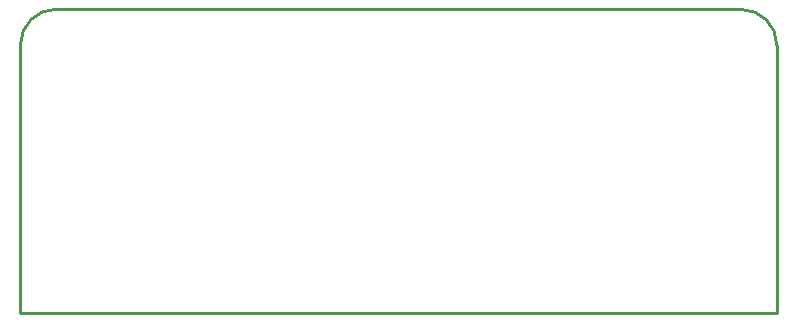
<source format=gko>
G04 Layer: BoardOutlineLayer*
G04 EasyEDA v6.5.9, 2022-08-17 00:45:25*
G04 3d046d26f260489bb0fd4f172441b01e,e2b945bbd7ed4cf1bff08b0f7bdd4537,10*
G04 Gerber Generator version 0.2*
G04 Scale: 100 percent, Rotated: No, Reflected: No *
G04 Dimensions in millimeters *
G04 leading zeros omitted , absolute positions ,4 integer and 5 decimal *
%FSLAX45Y45*%
%MOMM*%

%ADD10C,0.2540*%
D10*
X80010Y10599928D02*
G01*
X5880100Y10599928D01*
X-219999Y8219986D02*
G01*
X-219999Y10299979D01*
X6184900Y10295128D02*
G01*
X6184900Y8029955D01*
X-219963Y8029955D01*
X-219974Y8029983D02*
G01*
X-219974Y8299958D01*
G75*
G01*
X5883989Y10597977D02*
G02*
X6183988Y10297978I0J-299999D01*
G75*
G01*
X-220000Y10299979D02*
G02*
X80000Y10599979I300000J0D01*

%LPD*%
M02*

</source>
